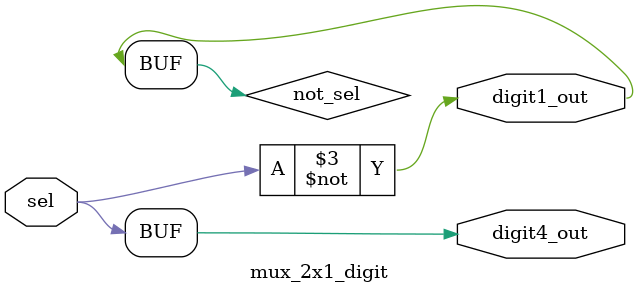
<source format=v>
/*
	Multiplexador responsável por alternar o dígito ativo
	.
	.
	.
*/

module mux_2x1_digit (
  input sel,
  output digit1_out, digit4_out
);

  // Declaração de fios internos para as portas AND e OR
  
  wire not_sel;
  
  not (not_sel, sel);
  
  // Portas AND para selecionar a entrada apropriada
  
  and #(1) and_gate0 (digit1_out, 1'b1, not_sel);
  and #(1) and_gate1 (digit4_out, 1'b1, sel);

endmodule
</source>
